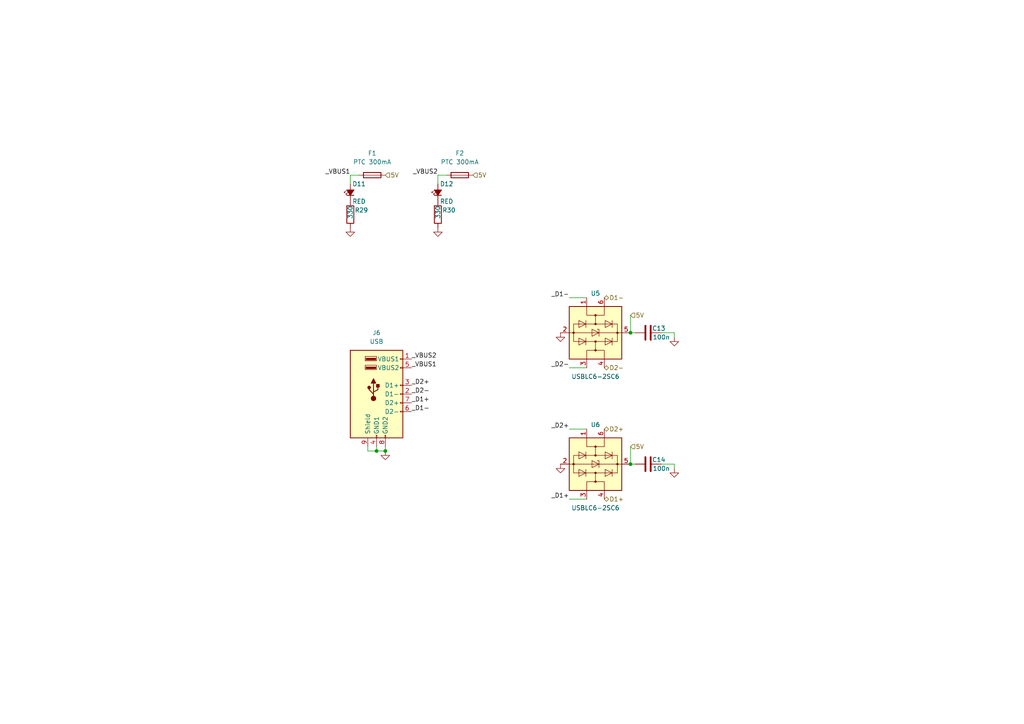
<source format=kicad_sch>
(kicad_sch (version 20211123) (generator eeschema)
  (paper "A4")
  (lib_symbols
    (symbol "Connector:USB_A_Stacked" (pin_names (offset 1.016))
      (property "Reference" "J" (at 0 15.875 0))
      (property "Value" "USB_A_Stacked" (at 0 13.97 0))
      (symbol "USB_A_Stacked_0_1"
        (rectangle (start -7.62 12.7) (end 7.62 -12.7) (stroke (width 0.254)) (fill (type background)))
        (circle (center -2.159 1.905) (radius 0.381) (stroke (width 0.254)) (fill (type outline)))
        (circle (center -0.889 -1.27) (radius 0.635) (stroke (width 0.254)) (fill (type outline)))
        (rectangle (start -0.254 7.366) (end -3.048 7.874) (fill (type outline)))
        (rectangle (start -0.254 9.906) (end -3.048 10.414) (fill (type outline)))
        (rectangle (start -0.127 -12.7) (end 0.127 -11.938))
        (polyline (pts (xy -1.524 3.175) (xy -0.254 3.175) (xy -0.889 4.445) (xy -1.524 3.175)) (stroke (width 0.254)) (fill (type outline)))
        (polyline (pts (xy -0.889 -0.635) (xy -0.889 0) (xy -2.159 1.27) (xy -2.159 1.905)) (stroke (width 0.254)))
        (polyline (pts (xy -0.889 0) (xy -0.889 0.635) (xy 0.381 1.27) (xy 0.381 2.54)) (stroke (width 0.254)))
        (rectangle (start 0 2.794) (end 0.762 2.032) (stroke (width 0.254)) (fill (type outline)))
        (rectangle (start 0 7.112) (end -3.302 8.382))
        (rectangle (start 0 9.652) (end -3.302 10.922))
        (rectangle (start 2.413 -12.7) (end 2.667 -11.938))
        (rectangle (start 7.62 -5.207) (end 6.858 -4.953))
        (rectangle (start 7.62 -2.667) (end 6.858 -2.413))
        (rectangle (start 7.62 -0.127) (end 6.858 0.127))
        (rectangle (start 7.62 2.413) (end 6.858 2.667))
        (rectangle (start 7.62 7.493) (end 6.858 7.747))
        (rectangle (start 7.62 10.033) (end 6.858 10.287))
      )
      (symbol "USB_A_Stacked_1_1"
        (polyline (pts (xy -0.889 0.635) (xy -0.889 3.175)) (stroke (width 0.254)))
        (pin power_in line (at 10.16 10.16 180) (length 2.54) (name "VBUS1") (number "1"))
        (pin bidirectional line (at 10.16 0 180) (length 2.54) (name "D1-") (number "2"))
        (pin bidirectional line (at 10.16 2.54 180) (length 2.54) (name "D1+") (number "3"))
        (pin power_in line (at 0 -15.24 90) (length 2.54) (name "GND1") (number "4"))
        (pin power_in line (at 10.16 7.62 180) (length 2.54) (name "VBUS2") (number "5"))
        (pin bidirectional line (at 10.16 -5.08 180) (length 2.54) (name "D2-") (number "6"))
        (pin bidirectional line (at 10.16 -2.54 180) (length 2.54) (name "D2+") (number "7"))
        (pin power_in line (at 2.54 -15.24 90) (length 2.54) (name "GND2") (number "8"))
        (pin passive line (at -2.54 -15.24 90) (length 2.54) (name "Shield") (number "9"))
      )
    )
    (symbol "Device:C" (pin_numbers hide) (pin_names (offset 0.254))
      (property "Reference" "C" (at 0.635 2.54 0))
      (property "Value" "C" (at 0.635 -2.54 0))
      (symbol "C_0_1"
        (polyline (pts (xy -2.032 -0.762) (xy 2.032 -0.762)) (stroke (width 0.508)))
        (polyline (pts (xy -2.032 0.762) (xy 2.032 0.762)) (stroke (width 0.508)))
      )
      (symbol "C_1_1"
        (pin passive line (at 0 3.81 270) (length 2.794) (name "~") (number "1"))
        (pin passive line (at 0 -3.81 90) (length 2.794) (name "~") (number "2"))
      )
    )
    (symbol "Device:Fuse" (pin_numbers hide) (pin_names (offset 0))
      (property "Reference" "F" (at 2.032 0 90))
      (property "Value" "Fuse" (at -1.905 0 90))
      (symbol "Fuse_0_1"
        (rectangle (start -0.762 -2.54) (end 0.762 2.54) (stroke (width 0.254)))
        (polyline (pts (xy 0 2.54) (xy 0 -2.54)))
      )
      (symbol "Fuse_1_1"
        (pin passive line (at 0 3.81 270) (length 1.27) (name "~") (number "1"))
        (pin passive line (at 0 -3.81 90) (length 1.27) (name "~") (number "2"))
      )
    )
    (symbol "Device:LED_Small_Filled" (pin_numbers hide) (pin_names (offset 0.254) hide)
      (property "Reference" "D" (at -1.27 3.175 0))
      (property "Value" "LED_Small_Filled" (at -4.445 -2.54 0))
      (symbol "LED_Small_Filled_0_1"
        (polyline (pts (xy -0.762 -1.016) (xy -0.762 1.016)) (stroke (width 0.254)))
        (polyline (pts (xy 1.016 0) (xy -0.762 0)))
        (polyline (pts (xy 0.762 -1.016) (xy -0.762 0) (xy 0.762 1.016) (xy 0.762 -1.016)) (stroke (width 0.254)) (fill (type outline)))
        (polyline (pts (xy 0 0.762) (xy -0.508 1.27) (xy -0.254 1.27) (xy -0.508 1.27) (xy -0.508 1.016)))
        (polyline (pts (xy 0.508 1.27) (xy 0 1.778) (xy 0.254 1.778) (xy 0 1.778) (xy 0 1.524)))
      )
      (symbol "LED_Small_Filled_1_1"
        (pin passive line (at -2.54 0 0) (length 1.778) (name "K") (number "1"))
        (pin passive line (at 2.54 0 180) (length 1.778) (name "A") (number "2"))
      )
    )
    (symbol "Device:R" (pin_numbers hide) (pin_names (offset 0))
      (property "Reference" "R" (at 2.032 0 90))
      (property "Value" "R" (at 0 0 90))
      (symbol "R_0_1"
        (rectangle (start -1.016 -2.54) (end 1.016 2.54) (stroke (width 0.254)))
      )
      (symbol "R_1_1"
        (pin passive line (at 0 3.81 270) (length 1.27) (name "~") (number "1"))
        (pin passive line (at 0 -3.81 90) (length 1.27) (name "~") (number "2"))
      )
    )
    (symbol "Power_Protection:USBLC6-2SC6" (pin_names hide)
      (property "Reference" "U" (at 2.54 8.89 0))
      (property "Value" "USBLC6-2SC6" (at 2.54 -8.89 0))
      (symbol "USBLC6-2SC6_0_1"
        (rectangle (start -7.62 -7.62) (end 7.62 7.62) (stroke (width 0.254)) (fill (type background)))
        (circle (center -5.08 0) (radius 0.254) (fill (type outline)))
        (circle (center -2.54 0) (radius 0.254) (fill (type outline)))
        (rectangle (start -2.54 6.35) (end 2.54 -6.35))
        (circle (center 0 -6.35) (radius 0.254) (fill (type outline)))
        (polyline (pts (xy -5.08 -2.54) (xy -7.62 -2.54)))
        (polyline (pts (xy -5.08 0) (xy -5.08 -2.54)))
        (polyline (pts (xy -5.08 2.54) (xy -7.62 2.54)))
        (polyline (pts (xy -1.524 -2.794) (xy -3.556 -2.794)))
        (polyline (pts (xy -1.524 4.826) (xy -3.556 4.826)))
        (polyline (pts (xy 0 -7.62) (xy 0 -6.35)))
        (polyline (pts (xy 0 -6.35) (xy 0 1.27)))
        (polyline (pts (xy 0 1.27) (xy 0 6.35)))
        (polyline (pts (xy 0 6.35) (xy 0 7.62)))
        (polyline (pts (xy 1.524 -2.794) (xy 3.556 -2.794)))
        (polyline (pts (xy 1.524 4.826) (xy 3.556 4.826)))
        (polyline (pts (xy 5.08 -2.54) (xy 7.62 -2.54)))
        (polyline (pts (xy 5.08 0) (xy 5.08 -2.54)))
        (polyline (pts (xy 5.08 2.54) (xy 7.62 2.54)))
        (polyline (pts (xy -2.54 0) (xy -5.08 0) (xy -5.08 2.54)))
        (polyline (pts (xy 2.54 0) (xy 5.08 0) (xy 5.08 2.54)))
        (polyline (pts (xy -3.556 -4.826) (xy -1.524 -4.826) (xy -2.54 -2.794) (xy -3.556 -4.826)))
        (polyline (pts (xy -3.556 2.794) (xy -1.524 2.794) (xy -2.54 4.826) (xy -3.556 2.794)))
        (polyline (pts (xy -1.016 -1.016) (xy 1.016 -1.016) (xy 0 1.016) (xy -1.016 -1.016)))
        (polyline (pts (xy 1.016 1.016) (xy 0.762 1.016) (xy -1.016 1.016) (xy -1.016 0.508)))
        (polyline (pts (xy 3.556 -4.826) (xy 1.524 -4.826) (xy 2.54 -2.794) (xy 3.556 -4.826)))
        (polyline (pts (xy 3.556 2.794) (xy 1.524 2.794) (xy 2.54 4.826) (xy 3.556 2.794)))
        (circle (center 0 6.35) (radius 0.254) (fill (type outline)))
        (circle (center 2.54 0) (radius 0.254) (fill (type outline)))
        (circle (center 5.08 0) (radius 0.254) (fill (type outline)))
      )
      (symbol "USBLC6-2SC6_1_1"
        (pin passive line (at -10.16 -2.54 0) (length 2.54) (name "I/O1") (number "1"))
        (pin passive line (at 0 -10.16 90) (length 2.54) (name "GND") (number "2"))
        (pin passive line (at 10.16 -2.54 180) (length 2.54) (name "I/O2") (number "3"))
        (pin passive line (at 10.16 2.54 180) (length 2.54) (name "I/O2") (number "4"))
        (pin passive line (at 0 10.16 270) (length 2.54) (name "VBUS") (number "5"))
        (pin passive line (at -10.16 2.54 0) (length 2.54) (name "I/O1") (number "6"))
      )
    )
    (symbol "power:GND" (power) (pin_names (offset 0))
      (property "Value" "GND" (at 0 -3.81 0))
      (symbol "GND_0_1"
        (polyline (pts (xy 0 0) (xy 0 -1.27) (xy 1.27 -1.27) (xy 0 -2.54) (xy -1.27 -1.27) (xy 0 -1.27)))
      )
      (symbol "GND_1_1"
        (pin power_in line (at 0 0 270) (length 0) hide (name "GND") (number "1"))
      )
    )
  )
  (junction (at 109.22 130.81))
  (junction (at 182.88 134.62))
  (junction (at 111.76 130.81))
  (junction (at 182.88 96.52))
  (wire (pts (xy 182.88 134.62) (xy 184.15 134.62)))
  (wire (pts (xy 165.1 124.46) (xy 170.18 124.46)))
  (wire (pts (xy 191.77 96.52) (xy 195.58 96.52)))
  (wire (pts (xy 101.6 50.8) (xy 104.14 50.8)))
  (wire (pts (xy 111.76 129.54) (xy 111.76 130.81)))
  (wire (pts (xy 127 50.8) (xy 127 53.34)))
  (wire (pts (xy 165.1 86.36) (xy 170.18 86.36)))
  (wire (pts (xy 106.68 130.81) (xy 109.22 130.81)))
  (wire (pts (xy 109.22 129.54) (xy 109.22 130.81)))
  (wire (pts (xy 182.88 96.52) (xy 184.15 96.52)))
  (wire (pts (xy 101.6 50.8) (xy 101.6 53.34)))
  (wire (pts (xy 165.1 106.68) (xy 170.18 106.68)))
  (wire (pts (xy 106.68 129.54) (xy 106.68 130.81)))
  (wire (pts (xy 129.54 50.8) (xy 127 50.8)))
  (wire (pts (xy 182.88 91.44) (xy 182.88 96.52)))
  (wire (pts (xy 195.58 96.52) (xy 195.58 97.79)))
  (wire (pts (xy 195.58 134.62) (xy 195.58 135.89)))
  (wire (pts (xy 165.1 144.78) (xy 170.18 144.78)))
  (wire (pts (xy 109.22 130.81) (xy 111.76 130.81)))
  (wire (pts (xy 182.88 129.54) (xy 182.88 134.62)))
  (wire (pts (xy 191.77 134.62) (xy 195.58 134.62)))
  (label "_D1-" (at 165.1 86.36 180))
  (label "_VBUS1" (at 101.6 50.8 180))
  (label "_D1-" (at 119.38 119.38 0))
  (label "_D1+" (at 119.38 116.84 0))
  (label "_D1+" (at 165.1 144.78 180))
  (label "_D2+" (at 165.1 124.46 180))
  (label "_D2-" (at 165.1 106.68 180))
  (label "_VBUS2" (at 119.38 104.14 0))
  (label "_VBUS1" (at 119.38 106.68 0))
  (label "_VBUS2" (at 127 50.8 180))
  (label "_D2-" (at 119.38 114.3 0))
  (label "_D2+" (at 119.38 111.76 0))
  (hierarchical_label "D2+" (shape bidirectional) (at 175.26 124.46 0))
  (hierarchical_label "5V" (shape input) (at 111.76 50.8 0))
  (hierarchical_label "5V" (shape input) (at 182.88 91.44 0))
  (hierarchical_label "5V" (shape input) (at 182.88 129.54 0))
  (hierarchical_label "D1+" (shape bidirectional) (at 175.26 144.78 0))
  (hierarchical_label "D1-" (shape bidirectional) (at 175.26 86.36 0))
  (hierarchical_label "D2-" (shape bidirectional) (at 175.26 106.68 0))
  (hierarchical_label "5V" (shape input) (at 137.16 50.8 0))
  (symbol (lib_id "Device:R") (at 127 62.23 0) (unit 1)
    (property "Reference" "R30" (at 128.27 60.96 0) (effects (justify left)))
    (property "Value" "330" (at 127 63.5 90) (effects (justify left)))
    (property "Footprint" "Resistor_SMD:R_0805_2012Metric" (effects hide))
  )
  (symbol (lib_id "power:GND") (at 162.56 134.62 0) (unit 1)
    (property "Reference" "#PWR026" (effects hide))
    (property "Value" "GND" (effects hide))
  )
  (symbol (lib_id "power:GND") (at 111.76 130.81 0) (unit 1)
    (property "Reference" "#PWR023" (effects hide))
    (property "Value" "GND" (effects hide))
  )
  (symbol (lib_id "power:GND") (at 127 66.04 0) (unit 1)
    (property "Reference" "#PWR024" (effects hide))
    (property "Value" "GND" (effects hide))
  )
  (symbol (lib_id "Device:R") (at 101.6 62.23 0) (unit 1)
    (property "Reference" "R29" (at 102.87 60.96 0) (effects (justify left)))
    (property "Value" "330" (at 101.6 63.5 90) (effects (justify left)))
    (property "Footprint" "Resistor_SMD:R_0805_2012Metric" (effects hide))
  )
  (symbol (lib_id "Power_Protection:USBLC6-2SC6") (at 172.72 96.52 270) (unit 1)
    (property "Reference" "U5" (at 172.72 85.09 90))
    (property "Value" "USBLC6-2SC6" (at 172.72 109.22 90))
    (property "Footprint" "Package_TO_SOT_SMD:SOT-23-6" (effects hide))
    (property "Datasheet" "https://datasheet.lcsc.com/lcsc/1811141711_STMicroelectronics-USBLC6-2SC6_C7519.pdf" (effects hide))
    (property "LCSC Part Number" "C7519" (effects hide))
  )
  (symbol (lib_id "Device:Fuse") (at 107.95 50.8 90) (unit 1)
    (property "Reference" "F1" (at 107.95 44.45 90))
    (property "Value" "PTC 300mA" (at 107.95 46.99 90))
    (property "Footprint" "Fuse:Fuse_1206_3216Metric_Pad1.42x1.75mm_HandSolder" (effects hide))
    (property "LCSC Part Number" "C2830239" (effects hide))
  )
  (symbol (lib_id "power:GND") (at 101.6 66.04 0) (unit 1)
    (property "Reference" "#PWR022" (effects hide))
    (property "Value" "GND" (effects hide))
  )
  (symbol (lib_id "power:GND") (at 195.58 97.79 0) (unit 1)
    (property "Reference" "#PWR027" (effects hide))
    (property "Value" "GND" (effects hide))
  )
  (symbol (lib_id "Device:C") (at 187.96 134.62 90) (unit 1)
    (property "Reference" "C14" (at 193.04 133.35 90) (effects (justify left)))
    (property "Value" "100n" (at 194.31 135.89 90) (effects (justify left)))
    (property "Footprint" "Capacitor_SMD:C_0805_2012Metric" (effects hide))
    (property "LCSC Part Number" "C161260" (effects hide))
  )
  (symbol (lib_id "Device:Fuse") (at 133.35 50.8 90) (unit 1)
    (property "Reference" "F2" (at 133.35 44.45 90))
    (property "Value" "PTC 300mA" (at 133.35 46.99 90))
    (property "Footprint" "Fuse:Fuse_1206_3216Metric_Pad1.42x1.75mm_HandSolder" (effects hide))
    (property "LCSC Part Number" "C2830239" (effects hide))
  )
  (symbol (lib_id "power:GND") (at 195.58 135.89 0) (unit 1)
    (property "Reference" "#PWR028" (effects hide))
    (property "Value" "GND" (effects hide))
  )
  (symbol (lib_id "Power_Protection:USBLC6-2SC6") (at 172.72 134.62 270) (unit 1)
    (property "Reference" "U6" (at 172.72 123.19 90))
    (property "Value" "USBLC6-2SC6" (at 172.72 147.32 90))
    (property "Footprint" "Package_TO_SOT_SMD:SOT-23-6" (effects hide))
    (property "Datasheet" "https://datasheet.lcsc.com/lcsc/1811141711_STMicroelectronics-USBLC6-2SC6_C7519.pdf" (effects hide))
    (property "LCSC Part Number" "C7519" (effects hide))
  )
  (symbol (lib_id "Connector:USB_A_Stacked") (at 109.22 114.3 0) (unit 1)
    (property "Reference" "J6" (at 109.22 96.52 0))
    (property "Value" "USB" (at 109.22 99.06 0))
    (property "Footprint" "Connector_USB:USB_A_Wuerth_61400826021_Horizontal_Stacked" (effects hide))
  )
  (symbol (lib_id "Device:C") (at 187.96 96.52 90) (unit 1)
    (property "Reference" "C13" (at 193.04 95.25 90) (effects (justify left)))
    (property "Value" "100n" (at 194.31 97.79 90) (effects (justify left)))
    (property "Footprint" "Capacitor_SMD:C_0805_2012Metric" (effects hide))
    (property "LCSC Part Number" "C161260" (effects hide))
  )
  (symbol (lib_id "Device:LED_Small_Filled") (at 101.6 55.88 90) (unit 1)
    (property "Reference" "D11" (at 104.14 53.34 90))
    (property "Value" "RED" (at 104.14 58.42 90))
    (property "Footprint" "LED_SMD:LED_0805_2012Metric_Pad1.15x1.40mm_HandSolder" (effects hide))
    (property "LCSC Part Number" "C965812" (effects hide))
  )
  (symbol (lib_id "power:GND") (at 162.56 96.52 0) (unit 1)
    (property "Reference" "#PWR025" (effects hide))
    (property "Value" "GND" (effects hide))
  )
  (symbol (lib_id "Device:LED_Small_Filled") (at 127 55.88 90) (unit 1)
    (property "Reference" "D12" (at 129.54 53.34 90))
    (property "Value" "RED" (at 129.54 58.42 90))
    (property "Footprint" "LED_SMD:LED_0805_2012Metric_Pad1.15x1.40mm_HandSolder" (effects hide))
    (property "LCSC Part Number" "C965812" (effects hide))
  )
)
</source>
